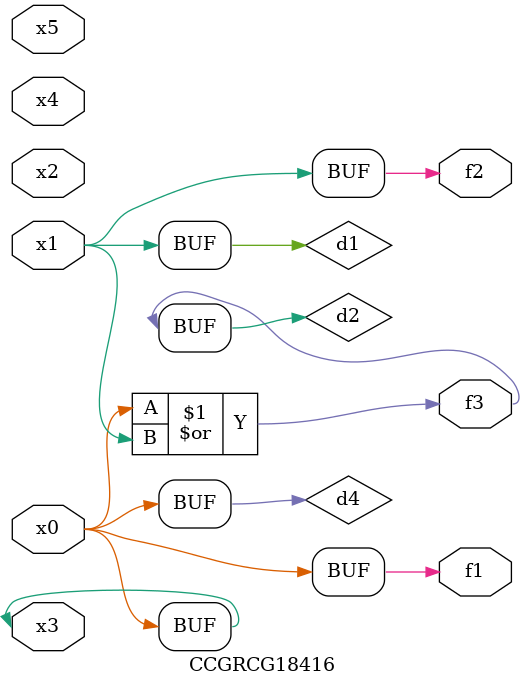
<source format=v>
module CCGRCG18416(
	input x0, x1, x2, x3, x4, x5,
	output f1, f2, f3
);

	wire d1, d2, d3, d4;

	and (d1, x1);
	or (d2, x0, x1);
	nand (d3, x0, x5);
	buf (d4, x0, x3);
	assign f1 = d4;
	assign f2 = d1;
	assign f3 = d2;
endmodule

</source>
